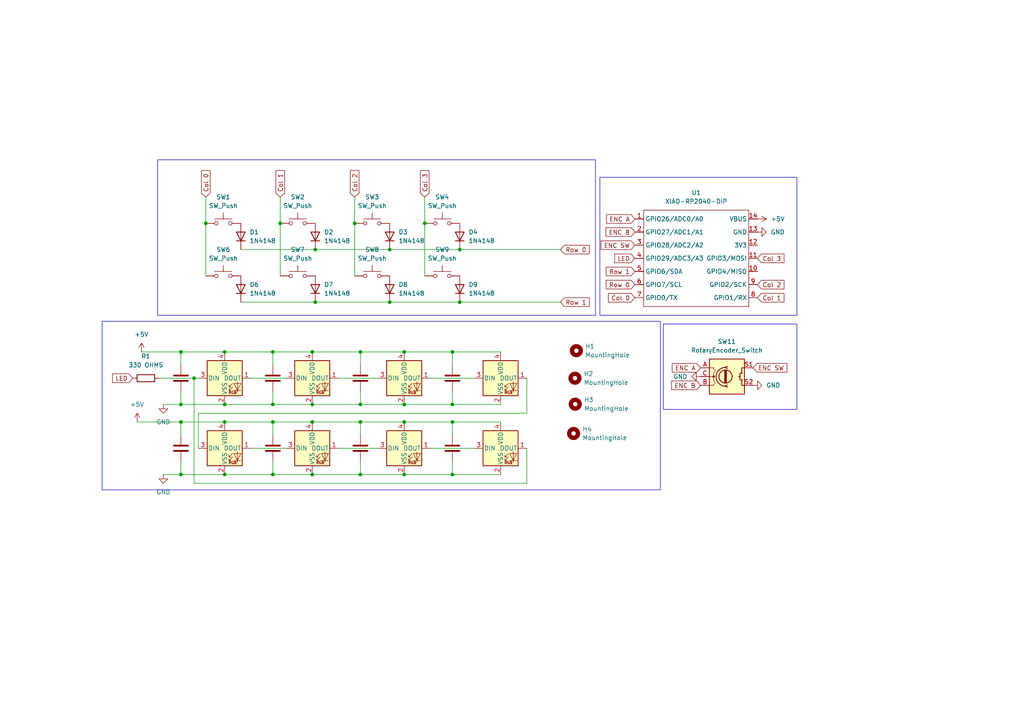
<source format=kicad_sch>
(kicad_sch (version 20250114) (generator "eeschema") (generator_version "9.0")
  (paper "A4")
  (lib_symbols
    (symbol "Device:C" (pin_numbers (hide yes)) (pin_names (offset 0.254))
      (property "Reference" "C" (at 0.635 2.54 0))
      (property "Value" "C" (at 0.635 -2.54 0))
      (symbol "C_0_1"
        (polyline (pts (xy -2.032 0.762) (xy 2.032 0.762)) (stroke (width 0.508)))
        (polyline (pts (xy -2.032 -0.762) (xy 2.032 -0.762)) (stroke (width 0.508)))
      )
      (symbol "C_1_1"
        (pin passive line (at 0 3.81 270) (length 2.794) (name "~") (number "1"))
        (pin passive line (at 0 -3.81 90) (length 2.794) (name "~") (number "2"))
      )
    )
    (symbol "Device:R" (pin_numbers (hide yes)) (pin_names (offset 0))
      (property "Reference" "R" (at 2.032 0 90))
      (property "Value" "R" (at 0 0 90))
      (symbol "R_0_1"
        (rectangle (start -1.016 -2.54) (end 1.016 2.54) (stroke (width 0.254)))
      )
      (symbol "R_1_1"
        (pin passive line (at 0 3.81 270) (length 1.27) (name "~") (number "1"))
        (pin passive line (at 0 -3.81 90) (length 1.27) (name "~") (number "2"))
      )
    )
    (symbol "Device:RotaryEncoder_Switch" (pin_names (offset 0.254) (hide yes))
      (property "Reference" "SW" (at 0 6.604 0))
      (property "Value" "RotaryEncoder_Switch" (at 0 -6.604 0))
      (symbol "RotaryEncoder_Switch_0_1"
        (rectangle (start -5.08 5.08) (end 5.08 -5.08) (stroke (width 0.254)) (fill (type background)))
        (polyline (pts (xy -5.08 2.54) (xy -3.81 2.54) (xy -3.81 2.032)))
        (polyline (pts (xy -5.08 0) (xy -3.81 0) (xy -3.81 -1.016) (xy -3.302 -2.032)))
        (polyline (pts (xy -5.08 -2.54) (xy -3.81 -2.54) (xy -3.81 -2.032)))
        (polyline (pts (xy -4.318 0) (xy -3.81 0) (xy -3.81 1.016) (xy -3.302 2.032)))
        (circle (center -3.81 0) (radius 0.254) (fill (type outline)))
        (polyline (pts (xy -0.635 -1.778) (xy -0.635 1.778)) (stroke (width 0.254)))
        (circle (center -0.381 0) (radius 1.905) (stroke (width 0.254)))
        (polyline (pts (xy -0.381 -1.778) (xy -0.381 1.778)) (stroke (width 0.254)))
        (arc (start -0.381 -2.794) (mid -3.0988 -0.0635) (end -0.381 2.667) (stroke (width 0.254)))
        (polyline (pts (xy -0.127 1.778) (xy -0.127 -1.778)) (stroke (width 0.254)))
        (polyline (pts (xy 0.254 2.921) (xy -0.508 2.667) (xy 0.127 2.286)) (stroke (width 0.254)))
        (polyline (pts (xy 0.254 -3.048) (xy -0.508 -2.794) (xy 0.127 -2.413)) (stroke (width 0.254)))
        (polyline (pts (xy 3.81 1.016) (xy 3.81 -1.016)) (stroke (width 0.254)))
        (polyline (pts (xy 3.81 0) (xy 3.429 0)) (stroke (width 0.254)))
        (circle (center 4.318 1.016) (radius 0.127) (stroke (width 0.254)))
        (circle (center 4.318 -1.016) (radius 0.127) (stroke (width 0.254)))
        (polyline (pts (xy 5.08 2.54) (xy 4.318 2.54) (xy 4.318 1.016)) (stroke (width 0.254)))
        (polyline (pts (xy 5.08 -2.54) (xy 4.318 -2.54) (xy 4.318 -1.016)) (stroke (width 0.254)))
      )
      (symbol "RotaryEncoder_Switch_1_1"
        (pin passive line (at -7.62 2.54 0) (length 2.54) (name "A") (number "A"))
        (pin passive line (at -7.62 0 0) (length 2.54) (name "C") (number "C"))
        (pin passive line (at -7.62 -2.54 0) (length 2.54) (name "B") (number "B"))
        (pin passive line (at 7.62 2.54 180) (length 2.54) (name "S1") (number "S1"))
        (pin passive line (at 7.62 -2.54 180) (length 2.54) (name "S2") (number "S2"))
      )
    )
    (symbol "Diode:1N4148" (pin_numbers (hide yes)) (pin_names (hide yes))
      (property "Reference" "D" (at 0 2.54 0))
      (property "Value" "1N4148" (at 0 -2.54 0))
      (symbol "1N4148_0_1"
        (polyline (pts (xy -1.27 1.27) (xy -1.27 -1.27)) (stroke (width 0.254)))
        (polyline (pts (xy 1.27 1.27) (xy 1.27 -1.27) (xy -1.27 0) (xy 1.27 1.27)) (stroke (width 0.254)))
        (polyline (pts (xy 1.27 0) (xy -1.27 0)))
      )
      (symbol "1N4148_1_1"
        (pin passive line (at -3.81 0 0) (length 2.54) (name "K") (number "1"))
        (pin passive line (at 3.81 0 180) (length 2.54) (name "A") (number "2"))
      )
    )
    (symbol "LED:SK6812MINI" (pin_names (offset 0.254))
      (property "Reference" "D" (at 5.08 5.715 0))
      (property "Value" "SK6812MINI" (at 1.27 -5.715 0))
      (symbol "SK6812MINI_0_0"
        (text "RGB" (at 2.286 -4.191 0) (effects (font (size 0.762 0.762))))
      )
      (symbol "SK6812MINI_0_1"
        (polyline (pts (xy 1.27 -2.54) (xy 1.778 -2.54)))
        (polyline (pts (xy 1.27 -3.556) (xy 1.778 -3.556)))
        (polyline (pts (xy 2.286 -1.524) (xy 1.27 -2.54) (xy 1.27 -2.032)))
        (polyline (pts (xy 2.286 -2.54) (xy 1.27 -3.556) (xy 1.27 -3.048)))
        (polyline (pts (xy 3.683 -1.016) (xy 3.683 -3.556) (xy 3.683 -4.064)))
        (polyline (pts (xy 4.699 -1.524) (xy 2.667 -1.524) (xy 3.683 -3.556) (xy 4.699 -1.524)))
        (polyline (pts (xy 4.699 -3.556) (xy 2.667 -3.556)))
        (rectangle (start 5.08 5.08) (end -5.08 -5.08) (stroke (width 0.254)) (fill (type background)))
      )
      (symbol "SK6812MINI_1_1"
        (pin input line (at -7.62 0 0) (length 2.54) (name "DIN") (number "3"))
        (pin power_in line (at 0 7.62 270) (length 2.54) (name "VDD") (number "4"))
        (pin power_in line (at 0 -7.62 90) (length 2.54) (name "VSS") (number "2"))
        (pin output line (at 7.62 0 180) (length 2.54) (name "DOUT") (number "1"))
      )
    )
    (symbol "Mechanical:MountingHole" (pin_names (offset 1.016)) (in_bom no)
      (property "Reference" "H" (at 0 5.08 0))
      (property "Value" "MountingHole" (at 0 3.175 0))
      (symbol "MountingHole_0_1"
        (circle (center 0 0) (radius 1.27) (stroke (width 1.27)))
      )
    )
    (symbol "Seeed_Studio_XIAO_Series:XIAO-RP2040-DIP"
      (property "Reference" "U" (at 0 0 0))
      (property "Value" "XIAO-RP2040-DIP" (at 5.334 -1.778 0))
      (symbol "XIAO-RP2040-DIP_1_0"
        (polyline (pts (xy -1.27 -2.54) (xy 29.21 -2.54)) (stroke (width 0.1524)))
        (polyline (pts (xy -1.27 -5.08) (xy -2.54 -5.08)) (stroke (width 0.1524)))
        (polyline (pts (xy -1.27 -5.08) (xy -1.27 -2.54)) (stroke (width 0.1524)))
        (polyline (pts (xy -1.27 -8.89) (xy -2.54 -8.89)) (stroke (width 0.1524)))
        (polyline (pts (xy -1.27 -8.89) (xy -1.27 -5.08)) (stroke (width 0.1524)))
        (polyline (pts (xy -1.27 -12.7) (xy -2.54 -12.7)) (stroke (width 0.1524)))
        (polyline (pts (xy -1.27 -12.7) (xy -1.27 -8.89)) (stroke (width 0.1524)))
        (polyline (pts (xy -1.27 -16.51) (xy -2.54 -16.51)) (stroke (width 0.1524)))
        (polyline (pts (xy -1.27 -16.51) (xy -1.27 -12.7)) (stroke (width 0.1524)))
        (polyline (pts (xy -1.27 -20.32) (xy -2.54 -20.32)) (stroke (width 0.1524)))
        (polyline (pts (xy -1.27 -24.13) (xy -2.54 -24.13)) (stroke (width 0.1524)))
        (polyline (pts (xy -1.27 -27.94) (xy -2.54 -27.94)) (stroke (width 0.1524)))
        (polyline (pts (xy -1.27 -30.48) (xy -1.27 -16.51)) (stroke (width 0.1524)))
        (polyline (pts (xy 29.21 -2.54) (xy 29.21 -5.08)) (stroke (width 0.1524)))
        (polyline (pts (xy 29.21 -5.08) (xy 29.21 -8.89)) (stroke (width 0.1524)))
        (polyline (pts (xy 29.21 -8.89) (xy 29.21 -12.7)) (stroke (width 0.1524)))
        (polyline (pts (xy 29.21 -12.7) (xy 29.21 -30.48)) (stroke (width 0.1524)))
        (polyline (pts (xy 29.21 -30.48) (xy -1.27 -30.48)) (stroke (width 0.1524)))
        (polyline (pts (xy 30.48 -5.08) (xy 29.21 -5.08)) (stroke (width 0.1524)))
        (polyline (pts (xy 30.48 -8.89) (xy 29.21 -8.89)) (stroke (width 0.1524)))
        (polyline (pts (xy 30.48 -12.7) (xy 29.21 -12.7)) (stroke (width 0.1524)))
        (polyline (pts (xy 30.48 -16.51) (xy 29.21 -16.51)) (stroke (width 0.1524)))
        (polyline (pts (xy 30.48 -20.32) (xy 29.21 -20.32)) (stroke (width 0.1524)))
        (polyline (pts (xy 30.48 -24.13) (xy 29.21 -24.13)) (stroke (width 0.1524)))
        (polyline (pts (xy 30.48 -27.94) (xy 29.21 -27.94)) (stroke (width 0.1524)))
        (pin passive line (at -3.81 -5.08 0) (length 2.54) (name "GPIO26/ADC0/A0") (number "1"))
        (pin passive line (at -3.81 -8.89 0) (length 2.54) (name "GPIO27/ADC1/A1") (number "2"))
        (pin passive line (at -3.81 -12.7 0) (length 2.54) (name "GPIO28/ADC2/A2") (number "3"))
        (pin passive line (at -3.81 -16.51 0) (length 2.54) (name "GPIO29/ADC3/A3") (number "4"))
        (pin passive line (at -3.81 -20.32 0) (length 2.54) (name "GPIO6/SDA") (number "5"))
        (pin passive line (at -3.81 -24.13 0) (length 2.54) (name "GPIO7/SCL") (number "6"))
        (pin passive line (at -3.81 -27.94 0) (length 2.54) (name "GPIO0/TX") (number "7"))
        (pin passive line (at 31.75 -5.08 180) (length 2.54) (name "VBUS") (number "14"))
        (pin passive line (at 31.75 -8.89 180) (length 2.54) (name "GND") (number "13"))
        (pin passive line (at 31.75 -12.7 180) (length 2.54) (name "3V3") (number "12"))
        (pin passive line (at 31.75 -16.51 180) (length 2.54) (name "GPIO3/MOSI") (number "11"))
        (pin passive line (at 31.75 -20.32 180) (length 2.54) (name "GPIO4/MISO") (number "10"))
        (pin passive line (at 31.75 -24.13 180) (length 2.54) (name "GPIO2/SCK") (number "9"))
        (pin passive line (at 31.75 -27.94 180) (length 2.54) (name "GPIO1/RX") (number "8"))
      )
    )
    (symbol "Switch:SW_Push" (pin_numbers (hide yes)) (pin_names (offset 1.016) (hide yes))
      (property "Reference" "SW" (at 1.27 2.54 0))
      (property "Value" "SW_Push" (at 0 -1.524 0))
      (symbol "SW_Push_0_1"
        (circle (center -2.032 0) (radius 0.508))
        (polyline (pts (xy 0 1.27) (xy 0 3.048)))
        (circle (center 2.032 0) (radius 0.508))
        (polyline (pts (xy 2.54 1.27) (xy -2.54 1.27)))
        (pin passive line (at -5.08 0 0) (length 2.54) (name "1") (number "1"))
        (pin passive line (at 5.08 0 180) (length 2.54) (name "2") (number "2"))
      )
    )
    (symbol "power:+5V" (power) (pin_numbers (hide yes)) (pin_names (offset 0) (hide yes))
      (property "Value" "+5V" (at 0 3.556 0))
      (symbol "+5V_0_1"
        (polyline (pts (xy -0.762 1.27) (xy 0 2.54)))
        (polyline (pts (xy 0 2.54) (xy 0.762 1.27)))
        (polyline (pts (xy 0 0) (xy 0 2.54)))
      )
      (symbol "+5V_1_1"
        (pin power_in line (at 0 0 90) (length 0) (name "~") (number "1"))
      )
    )
    (symbol "power:GND" (power) (pin_numbers (hide yes)) (pin_names (offset 0) (hide yes))
      (property "Value" "GND" (at 0 -3.81 0))
      (symbol "GND_0_1"
        (polyline (pts (xy 0 0) (xy 0 -1.27) (xy 1.27 -1.27) (xy 0 -2.54) (xy -1.27 -1.27) (xy 0 -1.27)))
      )
      (symbol "GND_1_1"
        (pin power_in line (at 0 0 270) (length 0) (name "~") (number "1"))
      )
    )
  )
  (rectangle (start 192.405 93.98) (end 231.14 118.745))
  (rectangle (start 173.99 51.435) (end 231.14 91.44))
  (rectangle (start 29.6109 93.182) (end 191.5359 142.077))
  (rectangle (start 45.72 46.355) (end 172.72 91.44))
  (junction (at 131.2109 122.392))
  (junction (at 104.5409 102.072))
  (junction (at 123.19 64.77))
  (junction (at 65.1709 122.392))
  (junction (at 52.4709 117.312))
  (junction (at 133.35 72.39))
  (junction (at 113.03 72.39))
  (junction (at 90.5709 102.072))
  (junction (at 117.2409 117.312))
  (junction (at 131.2109 137.632))
  (junction (at 79.1409 137.632))
  (junction (at 131.2109 102.072))
  (junction (at 131.2109 117.312))
  (junction (at 117.2409 122.392))
  (junction (at 79.1409 102.072))
  (junction (at 59.69 64.77))
  (junction (at 52.4709 102.072))
  (junction (at 104.5409 122.392))
  (junction (at 65.1709 117.312))
  (junction (at 104.5409 117.312))
  (junction (at 91.44 72.39))
  (junction (at 104.5409 137.632))
  (junction (at 52.4709 122.392))
  (junction (at 65.1709 102.072))
  (junction (at 79.1409 122.392))
  (junction (at 91.44 87.63))
  (junction (at 90.5709 122.392))
  (junction (at 133.35 87.63))
  (junction (at 65.1709 137.632))
  (junction (at 117.2409 102.072))
  (junction (at 81.28 64.77))
  (junction (at 90.5709 137.632))
  (junction (at 117.2409 137.632))
  (junction (at 79.1409 117.312))
  (junction (at 113.03 87.63))
  (junction (at 56.2809 109.692))
  (junction (at 52.4709 137.632))
  (junction (at 90.5709 117.312))
  (junction (at 102.87 64.77))
  (wire (pts (xy 131.2109 122.392) (xy 131.2109 126.202)))
  (wire (pts (xy 52.4709 102.072) (xy 52.4709 105.882)))
  (wire (pts (xy 79.1409 137.632) (xy 90.5709 137.632)))
  (wire (pts (xy 133.35 87.63) (xy 162.56 87.63)))
  (wire (pts (xy 56.2809 140.172) (xy 152.8009 140.172)))
  (wire (pts (xy 124.8609 130.012) (xy 137.5609 130.012)))
  (wire (pts (xy 72.7909 130.012) (xy 82.9509 130.012)))
  (wire (pts (xy 79.1409 122.392) (xy 90.5709 122.392)))
  (wire (pts (xy 131.2109 113.502) (xy 131.2109 117.312)))
  (wire (pts (xy 56.2809 109.692) (xy 56.2809 140.172)))
  (wire (pts (xy 102.87 64.77) (xy 102.87 80.01)))
  (wire (pts (xy 56.2809 109.692) (xy 57.5509 109.692)))
  (wire (pts (xy 79.1409 102.072) (xy 90.5709 102.072)))
  (wire (pts (xy 81.28 57.15) (xy 81.28 64.77)))
  (wire (pts (xy 52.4709 113.502) (xy 52.4709 117.312)))
  (wire (pts (xy 104.5409 133.822) (xy 104.5409 137.632)))
  (wire (pts (xy 152.8009 119.852) (xy 57.5509 119.852)))
  (wire (pts (xy 117.2409 137.632) (xy 131.2109 137.632)))
  (wire (pts (xy 131.2109 133.822) (xy 131.2109 137.632)))
  (wire (pts (xy 152.8009 130.012) (xy 152.8009 140.172)))
  (wire (pts (xy 131.2109 117.312) (xy 145.1809 117.312)))
  (wire (pts (xy 52.4709 102.072) (xy 65.1709 102.072)))
  (wire (pts (xy 133.35 72.39) (xy 162.56 72.39)))
  (wire (pts (xy 69.85 72.39) (xy 91.44 72.39)))
  (wire (pts (xy 69.85 87.63) (xy 91.44 87.63)))
  (wire (pts (xy 65.1709 122.392) (xy 79.1409 122.392)))
  (wire (pts (xy 131.2109 102.072) (xy 145.1809 102.072)))
  (wire (pts (xy 59.69 64.77) (xy 59.69 80.01)))
  (wire (pts (xy 52.4709 133.822) (xy 52.4709 137.632)))
  (wire (pts (xy 98.1909 109.692) (xy 109.6209 109.692)))
  (wire (pts (xy 131.2109 122.392) (xy 145.1809 122.392)))
  (wire (pts (xy 90.5709 122.392) (xy 104.5409 122.392)))
  (wire (pts (xy 41.0409 102.072) (xy 52.4709 102.072)))
  (wire (pts (xy 104.5409 102.072) (xy 117.2409 102.072)))
  (wire (pts (xy 46.1209 109.692) (xy 56.2809 109.692)))
  (wire (pts (xy 72.7909 109.692) (xy 82.9509 109.692)))
  (wire (pts (xy 52.4709 122.392) (xy 52.4709 126.202)))
  (wire (pts (xy 123.19 57.15) (xy 123.19 64.77)))
  (wire (pts (xy 52.4709 122.392) (xy 65.1709 122.392)))
  (wire (pts (xy 59.69 57.15) (xy 59.69 64.77)))
  (wire (pts (xy 79.1409 113.502) (xy 79.1409 117.312)))
  (wire (pts (xy 90.5709 137.632) (xy 104.5409 137.632)))
  (wire (pts (xy 79.1409 117.312) (xy 90.5709 117.312)))
  (wire (pts (xy 104.5409 122.392) (xy 117.2409 122.392)))
  (wire (pts (xy 47.3909 117.312) (xy 52.4709 117.312)))
  (wire (pts (xy 104.5409 113.502) (xy 104.5409 117.312)))
  (wire (pts (xy 90.5709 102.072) (xy 104.5409 102.072)))
  (wire (pts (xy 52.4709 117.312) (xy 65.1709 117.312)))
  (wire (pts (xy 113.03 87.63) (xy 133.35 87.63)))
  (wire (pts (xy 102.87 57.15) (xy 102.87 64.77)))
  (wire (pts (xy 65.1709 117.312) (xy 79.1409 117.312)))
  (wire (pts (xy 104.5409 102.072) (xy 104.5409 105.882)))
  (wire (pts (xy 131.2109 102.072) (xy 131.2109 105.882)))
  (wire (pts (xy 91.44 72.39) (xy 113.03 72.39)))
  (wire (pts (xy 90.5709 117.312) (xy 104.5409 117.312)))
  (wire (pts (xy 104.5409 137.632) (xy 117.2409 137.632)))
  (wire (pts (xy 117.2409 122.392) (xy 131.2109 122.392)))
  (wire (pts (xy 39.7709 122.392) (xy 52.4709 122.392)))
  (wire (pts (xy 131.2109 137.632) (xy 145.1809 137.632)))
  (wire (pts (xy 104.5409 122.392) (xy 104.5409 126.202)))
  (wire (pts (xy 47.3909 137.632) (xy 52.4709 137.632)))
  (wire (pts (xy 117.2409 102.072) (xy 131.2109 102.072)))
  (wire (pts (xy 65.1709 137.632) (xy 79.1409 137.632)))
  (wire (pts (xy 81.28 64.77) (xy 81.28 80.01)))
  (wire (pts (xy 113.03 72.39) (xy 133.35 72.39)))
  (wire (pts (xy 104.5409 117.312) (xy 117.2409 117.312)))
  (wire (pts (xy 79.1409 122.392) (xy 79.1409 126.202)))
  (wire (pts (xy 57.5509 119.852) (xy 57.5509 130.012)))
  (wire (pts (xy 79.1409 102.072) (xy 79.1409 105.882)))
  (wire (pts (xy 117.2409 117.312) (xy 131.2109 117.312)))
  (wire (pts (xy 65.1709 102.072) (xy 79.1409 102.072)))
  (wire (pts (xy 123.19 64.77) (xy 123.19 80.01)))
  (wire (pts (xy 152.8009 109.692) (xy 152.8009 119.852)))
  (wire (pts (xy 124.8609 109.692) (xy 137.5609 109.692)))
  (wire (pts (xy 79.1409 133.822) (xy 79.1409 137.632)))
  (wire (pts (xy 52.4709 137.632) (xy 65.1709 137.632)))
  (wire (pts (xy 91.44 87.63) (xy 113.03 87.63)))
  (wire (pts (xy 98.1909 130.012) (xy 109.6209 130.012)))
  (global_label "Row 0" (shape input) (at 162.56 72.39 0) (property "Intersheetrefs" "${INTERSHEET_REFS}" (effects (hide yes))))
  (global_label "Col 2" (shape input) (at 102.87 57.15 90) (property "Intersheetrefs" "${INTERSHEET_REFS}" (effects (hide yes))))
  (global_label "Col 3" (shape input) (at 123.19 57.15 90) (property "Intersheetrefs" "${INTERSHEET_REFS}" (effects (hide yes))))
  (global_label "Row 1" (shape input) (at 184.15 78.74 180) (property "Intersheetrefs" "${INTERSHEET_REFS}" (effects (hide yes))))
  (global_label "ENC SW" (shape input) (at 218.44 106.68 0) (property "Intersheetrefs" "${INTERSHEET_REFS}" (effects (hide yes))))
  (global_label "ENC B" (shape input) (at 184.15 67.31 180) (property "Intersheetrefs" "${INTERSHEET_REFS}" (effects (hide yes))))
  (global_label "Col 3" (shape input) (at 219.71 74.93 0) (property "Intersheetrefs" "${INTERSHEET_REFS}" (effects (hide yes))))
  (global_label "Col 1" (shape input) (at 219.71 86.36 0) (property "Intersheetrefs" "${INTERSHEET_REFS}" (effects (hide yes))))
  (global_label "LED" (shape input) (at 184.15 74.93 180) (property "Intersheetrefs" "${INTERSHEET_REFS}" (effects (hide yes))))
  (global_label "ENC B" (shape input) (at 203.2 111.76 180) (property "Intersheetrefs" "${INTERSHEET_REFS}" (effects (hide yes))))
  (global_label "Col 0" (shape input) (at 59.69 57.15 90) (property "Intersheetrefs" "${INTERSHEET_REFS}" (effects (hide yes))))
  (global_label "ENC A" (shape input) (at 184.15 63.5 180) (property "Intersheetrefs" "${INTERSHEET_REFS}" (effects (hide yes))))
  (global_label "ENC A" (shape input) (at 203.2 106.68 180) (property "Intersheetrefs" "${INTERSHEET_REFS}" (effects (hide yes))))
  (global_label "Col 0" (shape input) (at 184.15 86.36 180) (property "Intersheetrefs" "${INTERSHEET_REFS}" (effects (hide yes))))
  (global_label "Col 1" (shape input) (at 81.28 57.15 90) (property "Intersheetrefs" "${INTERSHEET_REFS}" (effects (hide yes))))
  (global_label "Row 1" (shape input) (at 162.56 87.63 0) (property "Intersheetrefs" "${INTERSHEET_REFS}" (effects (hide yes))))
  (global_label "ENC SW" (shape input) (at 184.15 71.12 180) (property "Intersheetrefs" "${INTERSHEET_REFS}" (effects (hide yes))))
  (global_label "Col 2" (shape input) (at 219.71 82.55 0) (property "Intersheetrefs" "${INTERSHEET_REFS}" (effects (hide yes))))
  (global_label "LED" (shape input) (at 38.5009 109.692 180) (property "Intersheetrefs" "${INTERSHEET_REFS}" (effects (hide yes))))
  (global_label "Row 0" (shape input) (at 184.15 82.55 180) (property "Intersheetrefs" "${INTERSHEET_REFS}" (effects (hide yes))))
  (symbol (lib_id "Device:C") (at 52.4709 109.692 0) (unit 1)
    (property "Reference" "C1" (effects (hide yes)))
    (property "Value" "C" (effects (hide yes)))
    (property "Footprint" "Capacitor_SMD:C_0805_2012Metric" (effects (hide yes)))
    (property "Description" "Unpolarized capacitor" (effects (hide yes)))
  )
  (symbol (lib_id "LED:SK6812MINI") (at 145.1809 109.692 0) (unit 1)
    (property "Reference" "D19" (effects (hide yes)))
    (property "Value" "SK6812MINI" (effects (hide yes)))
    (property "Footprint" "LED_SMD:LED_SK6812MINI_PLCC4_3.5x3.5mm_P1.75mm" (effects (hide yes)))
    (property "Datasheet" "https://cdn-shop.adafruit.com/product-files/2686/SK6812MINI_REV.01-1-2.pdf" (effects (hide yes)))
    (property "Description" "RGB LED with integrated controller" (effects (hide yes)))
  )
  (symbol (lib_id "Switch:SW_Push") (at 128.27 64.77 0) (unit 1)
    (property "Reference" "SW4" (at 128.27 57.15 0))
    (property "Value" "SW_Push" (at 128.27 59.69 0))
    (property "Footprint" "Kailh_PG1353_Hotswap:Kailh-PG1353-Hotswap-1U" (effects (hide yes)))
    (property "Description" "Push button switch, generic, two pins" (effects (hide yes)))
  )
  (symbol (lib_id "Switch:SW_Push") (at 107.95 80.01 0) (unit 1)
    (property "Reference" "SW8" (at 107.95 72.39 0))
    (property "Value" "SW_Push" (at 107.95 74.93 0))
    (property "Footprint" "Kailh_PG1353_Hotswap:Kailh-PG1353-Hotswap-1U" (effects (hide yes)))
    (property "Description" "Push button switch, generic, two pins" (effects (hide yes)))
  )
  (symbol (lib_id "Device:RotaryEncoder_Switch") (at 210.82 109.22 0) (unit 1)
    (property "Reference" "SW11" (at 210.82 99.06 0))
    (property "Value" "RotaryEncoder_Switch" (at 210.82 101.6 0))
    (property "Footprint" "Keebio-Parts.pretty-master:RotaryEncoder_Alps_EC11E-Switch_Vertical_H20mm" (effects (hide yes)))
    (property "Description" "Rotary encoder, dual channel, incremental quadrate outputs, with switch" (effects (hide yes)))
  )
  (symbol (lib_id "Switch:SW_Push") (at 128.27 80.01 0) (unit 1)
    (property "Reference" "SW9" (at 128.27 72.39 0))
    (property "Value" "SW_Push" (at 128.27 74.93 0))
    (property "Footprint" "Kailh_PG1353_Hotswap:Kailh-PG1353-Hotswap-1U" (effects (hide yes)))
    (property "Description" "Push button switch, generic, two pins" (effects (hide yes)))
  )
  (symbol (lib_id "LED:SK6812MINI") (at 65.1709 109.692 0) (unit 1)
    (property "Reference" "D11" (effects (hide yes)))
    (property "Value" "SK6812MINI" (effects (hide yes)))
    (property "Footprint" "LED_SMD:LED_SK6812MINI_PLCC4_3.5x3.5mm_P1.75mm" (effects (hide yes)))
    (property "Datasheet" "https://cdn-shop.adafruit.com/product-files/2686/SK6812MINI_REV.01-1-2.pdf" (effects (hide yes)))
    (property "Description" "RGB LED with integrated controller" (effects (hide yes)))
  )
  (symbol (lib_id "Device:C") (at 104.5409 109.692 0) (unit 1)
    (property "Reference" "C3" (effects (hide yes)))
    (property "Value" "C" (effects (hide yes)))
    (property "Footprint" "Capacitor_SMD:C_0805_2012Metric" (effects (hide yes)))
    (property "Description" "Unpolarized capacitor" (effects (hide yes)))
  )
  (symbol (lib_id "power:GND") (at 203.2 109.22 270) (unit 1)
    (property "Reference" "#PWR01" (effects (hide yes)))
    (property "Value" "GND" (at 199.39 109.2199 90) (effects (justify right)))
    (property "Description" "Power symbol creates a global label with name \"GND\" , ground" (effects (hide yes)))
  )
  (symbol (lib_id "LED:SK6812MINI") (at 65.1709 130.012 0) (unit 1)
    (property "Reference" "D14" (effects (hide yes)))
    (property "Value" "SK6812MINI" (effects (hide yes)))
    (property "Footprint" "LED_SMD:LED_SK6812MINI_PLCC4_3.5x3.5mm_P1.75mm" (effects (hide yes)))
    (property "Datasheet" "https://cdn-shop.adafruit.com/product-files/2686/SK6812MINI_REV.01-1-2.pdf" (effects (hide yes)))
    (property "Description" "RGB LED with integrated controller" (effects (hide yes)))
  )
  (symbol (lib_id "Switch:SW_Push") (at 64.77 80.01 0) (unit 1)
    (property "Reference" "SW6" (at 64.77 72.39 0))
    (property "Value" "SW_Push" (at 64.77 74.93 0))
    (property "Footprint" "Kailh_PG1353_Hotswap:Kailh-PG1353-Hotswap-1U" (effects (hide yes)))
    (property "Description" "Push button switch, generic, two pins" (effects (hide yes)))
  )
  (symbol (lib_id "LED:SK6812MINI") (at 145.1809 130.012 0) (unit 1)
    (property "Reference" "D17" (effects (hide yes)))
    (property "Value" "SK6812MINI" (effects (hide yes)))
    (property "Footprint" "LED_SMD:LED_SK6812MINI_PLCC4_3.5x3.5mm_P1.75mm" (effects (hide yes)))
    (property "Datasheet" "https://cdn-shop.adafruit.com/product-files/2686/SK6812MINI_REV.01-1-2.pdf" (effects (hide yes)))
    (property "Description" "RGB LED with integrated controller" (effects (hide yes)))
  )
  (symbol (lib_id "Switch:SW_Push") (at 107.95 64.77 0) (unit 1)
    (property "Reference" "SW3" (at 107.95 57.15 0))
    (property "Value" "SW_Push" (at 107.95 59.69 0))
    (property "Footprint" "Kailh_PG1353_Hotswap:Kailh-PG1353-Hotswap-1U" (effects (hide yes)))
    (property "Description" "Push button switch, generic, two pins" (effects (hide yes)))
  )
  (symbol (lib_id "Diode:1N4148") (at 113.03 83.82 90) (unit 1)
    (property "Reference" "D8" (at 115.57 82.5499 90) (effects (justify right)))
    (property "Value" "1N4148" (at 115.57 85.0899 90) (effects (justify right)))
    (property "Footprint" "Diode_THT:D_DO-35_SOD27_P7.62mm_Horizontal" (effects (hide yes)))
    (property "Datasheet" "https://assets.nexperia.com/documents/data-sheet/1N4148_1N4448.pdf" (effects (hide yes)))
    (property "Description" "100V 0.15A standard switching diode, DO-35" (effects (hide yes)))
    (property "Sim.Device" "D" (effects (hide yes)))
    (property "Sim.Pins" "1=K 2=A" (effects (hide yes)))
  )
  (symbol (lib_id "LED:SK6812MINI") (at 117.2409 130.012 0) (unit 1)
    (property "Reference" "D16" (effects (hide yes)))
    (property "Value" "SK6812MINI" (effects (hide yes)))
    (property "Footprint" "LED_SMD:LED_SK6812MINI_PLCC4_3.5x3.5mm_P1.75mm" (effects (hide yes)))
    (property "Datasheet" "https://cdn-shop.adafruit.com/product-files/2686/SK6812MINI_REV.01-1-2.pdf" (effects (hide yes)))
    (property "Description" "RGB LED with integrated controller" (effects (hide yes)))
  )
  (symbol (lib_id "Mechanical:MountingHole") (at 166.7709 109.692 0) (unit 1) (in_bom no)
    (property "Reference" "H2" (at 169.3109 108.4219 0) (effects (justify left)))
    (property "Value" "MountingHole" (at 169.3109 110.9619 0) (effects (justify left)))
    (property "Footprint" "MountingHole:MountingHole_2mm" (effects (hide yes)))
    (property "Description" "Mounting Hole without connection" (effects (hide yes)))
  )
  (symbol (lib_id "Mechanical:MountingHole") (at 167.1719 101.7122 0) (unit 1) (in_bom no)
    (property "Reference" "H1" (at 169.7119 100.4421 0) (effects (justify left)))
    (property "Value" "MountingHole" (at 169.7119 102.9821 0) (effects (justify left)))
    (property "Footprint" "MountingHole:MountingHole_2mm" (effects (hide yes)))
    (property "Description" "Mounting Hole without connection" (effects (hide yes)))
  )
  (symbol (lib_id "Diode:1N4148") (at 113.03 68.58 90) (unit 1)
    (property "Reference" "D3" (at 115.57 67.3099 90) (effects (justify right)))
    (property "Value" "1N4148" (at 115.57 69.8499 90) (effects (justify right)))
    (property "Footprint" "Diode_THT:D_DO-35_SOD27_P7.62mm_Horizontal" (effects (hide yes)))
    (property "Datasheet" "https://assets.nexperia.com/documents/data-sheet/1N4148_1N4448.pdf" (effects (hide yes)))
    (property "Description" "100V 0.15A standard switching diode, DO-35" (effects (hide yes)))
    (property "Sim.Device" "D" (effects (hide yes)))
    (property "Sim.Pins" "1=K 2=A" (effects (hide yes)))
  )
  (symbol (lib_id "Device:C") (at 52.4709 130.012 0) (unit 1)
    (property "Reference" "C4" (effects (hide yes)))
    (property "Value" "C" (effects (hide yes)))
    (property "Footprint" "Capacitor_SMD:C_0805_2012Metric" (effects (hide yes)))
    (property "Description" "Unpolarized capacitor" (effects (hide yes)))
  )
  (symbol (lib_id "Device:R") (at 42.3109 109.692 270) (unit 1)
    (property "Reference" "R1" (at 42.3109 103.342 90))
    (property "Value" "330 OHMS" (at 42.3109 105.882 90))
    (property "Footprint" "Resistor_SMD:R_0805_2012Metric" (effects (hide yes)))
    (property "Description" "Resistor" (effects (hide yes)))
  )
  (symbol (lib_id "Device:C") (at 79.1409 130.012 0) (unit 1)
    (property "Reference" "C7" (effects (hide yes)))
    (property "Value" "C" (effects (hide yes)))
    (property "Footprint" "Capacitor_SMD:C_0805_2012Metric" (effects (hide yes)))
    (property "Description" "Unpolarized capacitor" (effects (hide yes)))
  )
  (symbol (lib_id "Device:C") (at 104.5409 130.012 0) (unit 1)
    (property "Reference" "C8" (effects (hide yes)))
    (property "Value" "C" (effects (hide yes)))
    (property "Footprint" "Capacitor_SMD:C_0805_2012Metric" (effects (hide yes)))
    (property "Description" "Unpolarized capacitor" (effects (hide yes)))
  )
  (symbol (lib_id "Diode:1N4148") (at 91.44 83.82 90) (unit 1)
    (property "Reference" "D7" (at 93.98 82.5499 90) (effects (justify right)))
    (property "Value" "1N4148" (at 93.98 85.0899 90) (effects (justify right)))
    (property "Footprint" "Diode_THT:D_DO-35_SOD27_P7.62mm_Horizontal" (effects (hide yes)))
    (property "Datasheet" "https://assets.nexperia.com/documents/data-sheet/1N4148_1N4448.pdf" (effects (hide yes)))
    (property "Description" "100V 0.15A standard switching diode, DO-35" (effects (hide yes)))
    (property "Sim.Device" "D" (effects (hide yes)))
    (property "Sim.Pins" "1=K 2=A" (effects (hide yes)))
  )
  (symbol (lib_id "LED:SK6812MINI") (at 90.5709 130.012 0) (unit 1)
    (property "Reference" "D15" (effects (hide yes)))
    (property "Value" "SK6812MINI" (effects (hide yes)))
    (property "Footprint" "LED_SMD:LED_SK6812MINI_PLCC4_3.5x3.5mm_P1.75mm" (effects (hide yes)))
    (property "Datasheet" "https://cdn-shop.adafruit.com/product-files/2686/SK6812MINI_REV.01-1-2.pdf" (effects (hide yes)))
    (property "Description" "RGB LED with integrated controller" (effects (hide yes)))
  )
  (symbol (lib_id "Diode:1N4148") (at 91.44 68.58 90) (unit 1)
    (property "Reference" "D2" (at 93.98 67.3099 90) (effects (justify right)))
    (property "Value" "1N4148" (at 93.98 69.8499 90) (effects (justify right)))
    (property "Footprint" "Diode_THT:D_DO-35_SOD27_P7.62mm_Horizontal" (effects (hide yes)))
    (property "Datasheet" "https://assets.nexperia.com/documents/data-sheet/1N4148_1N4448.pdf" (effects (hide yes)))
    (property "Description" "100V 0.15A standard switching diode, DO-35" (effects (hide yes)))
    (property "Sim.Device" "D" (effects (hide yes)))
    (property "Sim.Pins" "1=K 2=A" (effects (hide yes)))
  )
  (symbol (lib_id "power:+5V") (at 219.71 63.5 270) (unit 1)
    (property "Reference" "#PWR08" (effects (hide yes)))
    (property "Value" "+5V" (at 223.52 63.4999 90) (effects (justify left)))
    (property "Description" "Power symbol creates a global label with name \"+5V\"" (effects (hide yes)))
  )
  (symbol (lib_id "Diode:1N4148") (at 133.35 83.82 90) (unit 1)
    (property "Reference" "D9" (at 135.89 82.5499 90) (effects (justify right)))
    (property "Value" "1N4148" (at 135.89 85.0899 90) (effects (justify right)))
    (property "Footprint" "Diode_THT:D_DO-35_SOD27_P7.62mm_Horizontal" (effects (hide yes)))
    (property "Datasheet" "https://assets.nexperia.com/documents/data-sheet/1N4148_1N4448.pdf" (effects (hide yes)))
    (property "Description" "100V 0.15A standard switching diode, DO-35" (effects (hide yes)))
    (property "Sim.Device" "D" (effects (hide yes)))
    (property "Sim.Pins" "1=K 2=A" (effects (hide yes)))
  )
  (symbol (lib_id "Diode:1N4148") (at 69.85 83.82 90) (unit 1)
    (property "Reference" "D6" (at 72.39 82.5499 90) (effects (justify right)))
    (property "Value" "1N4148" (at 72.39 85.0899 90) (effects (justify right)))
    (property "Footprint" "Diode_THT:D_DO-35_SOD27_P7.62mm_Horizontal" (effects (hide yes)))
    (property "Datasheet" "https://assets.nexperia.com/documents/data-sheet/1N4148_1N4448.pdf" (effects (hide yes)))
    (property "Description" "100V 0.15A standard switching diode, DO-35" (effects (hide yes)))
    (property "Sim.Device" "D" (effects (hide yes)))
    (property "Sim.Pins" "1=K 2=A" (effects (hide yes)))
  )
  (symbol (lib_id "Switch:SW_Push") (at 64.77 64.77 0) (unit 1)
    (property "Reference" "SW1" (at 64.77 57.15 0))
    (property "Value" "SW_Push" (at 64.77 59.69 0))
    (property "Footprint" "Kailh_PG1353_Hotswap:Kailh-PG1353-Hotswap-1U" (effects (hide yes)))
    (property "Description" "Push button switch, generic, two pins" (effects (hide yes)))
  )
  (symbol (lib_id "LED:SK6812MINI") (at 90.5709 109.692 0) (unit 1)
    (property "Reference" "D12" (effects (hide yes)))
    (property "Value" "SK6812MINI" (effects (hide yes)))
    (property "Footprint" "LED_SMD:LED_SK6812MINI_PLCC4_3.5x3.5mm_P1.75mm" (effects (hide yes)))
    (property "Datasheet" "https://cdn-shop.adafruit.com/product-files/2686/SK6812MINI_REV.01-1-2.pdf" (effects (hide yes)))
    (property "Description" "RGB LED with integrated controller" (effects (hide yes)))
  )
  (symbol (lib_id "Diode:1N4148") (at 133.35 68.58 90) (unit 1)
    (property "Reference" "D4" (at 135.89 67.3099 90) (effects (justify right)))
    (property "Value" "1N4148" (at 135.89 69.8499 90) (effects (justify right)))
    (property "Footprint" "Diode_THT:D_DO-35_SOD27_P7.62mm_Horizontal" (effects (hide yes)))
    (property "Datasheet" "https://assets.nexperia.com/documents/data-sheet/1N4148_1N4448.pdf" (effects (hide yes)))
    (property "Description" "100V 0.15A standard switching diode, DO-35" (effects (hide yes)))
    (property "Sim.Device" "D" (effects (hide yes)))
    (property "Sim.Pins" "1=K 2=A" (effects (hide yes)))
  )
  (symbol (lib_id "power:GND") (at 219.71 67.31 90) (unit 1)
    (property "Reference" "#PWR07" (effects (hide yes)))
    (property "Value" "GND" (at 223.52 67.3099 90) (effects (justify right)))
    (property "Description" "Power symbol creates a global label with name \"GND\" , ground" (effects (hide yes)))
  )
  (symbol (lib_id "Seeed_Studio_XIAO_Series:XIAO-RP2040-DIP") (at 187.96 58.42 0) (unit 1)
    (property "Reference" "U1" (at 201.93 55.88 0))
    (property "Value" "XIAO-RP2040-DIP" (at 201.93 58.42 0))
    (property "Footprint" "Seeed Studio XIAO Series Library:XIAO-RP2040-DIP" (effects (hide yes)))
  )
  (symbol (lib_id "Mechanical:MountingHole") (at 166.8511 117.2299 0) (unit 1) (in_bom no)
    (property "Reference" "H3" (at 169.3911 115.9598 0) (effects (justify left)))
    (property "Value" "MountingHole" (at 169.3911 118.4998 0) (effects (justify left)))
    (property "Footprint" "MountingHole:MountingHole_2mm" (effects (hide yes)))
    (property "Description" "Mounting Hole without connection" (effects (hide yes)))
  )
  (symbol (lib_id "Diode:1N4148") (at 69.85 68.58 90) (unit 1)
    (property "Reference" "D1" (at 72.39 67.3099 90) (effects (justify right)))
    (property "Value" "1N4148" (at 72.39 69.8499 90) (effects (justify right)))
    (property "Footprint" "Diode_THT:D_DO-35_SOD27_P7.62mm_Horizontal" (effects (hide yes)))
    (property "Datasheet" "https://assets.nexperia.com/documents/data-sheet/1N4148_1N4448.pdf" (effects (hide yes)))
    (property "Description" "100V 0.15A standard switching diode, DO-35" (effects (hide yes)))
    (property "Sim.Device" "D" (effects (hide yes)))
    (property "Sim.Pins" "1=K 2=A" (effects (hide yes)))
  )
  (symbol (lib_id "Device:C") (at 131.2109 130.012 0) (unit 1)
    (property "Reference" "C9" (effects (hide yes)))
    (property "Value" "C" (effects (hide yes)))
    (property "Footprint" "Capacitor_SMD:C_0805_2012Metric" (effects (hide yes)))
    (property "Description" "Unpolarized capacitor" (effects (hide yes)))
  )
  (symbol (lib_id "power:+5V") (at 41.0409 102.072 0) (unit 1)
    (property "Reference" "#PWR04" (effects (hide yes)))
    (property "Value" "+5V" (at 41.0409 96.992 0))
    (property "Description" "Power symbol creates a global label with name \"+5V\"" (effects (hide yes)))
  )
  (symbol (lib_id "Switch:SW_Push") (at 86.36 64.77 0) (unit 1)
    (property "Reference" "SW2" (at 86.36 57.15 0))
    (property "Value" "SW_Push" (at 86.36 59.69 0))
    (property "Footprint" "Kailh_PG1353_Hotswap:Kailh-PG1353-Hotswap-1U" (effects (hide yes)))
    (property "Description" "Push button switch, generic, two pins" (effects (hide yes)))
  )
  (symbol (lib_id "Device:C") (at 79.1409 109.692 0) (unit 1)
    (property "Reference" "C2" (effects (hide yes)))
    (property "Value" "C" (effects (hide yes)))
    (property "Footprint" "Capacitor_SMD:C_0805_2012Metric" (effects (hide yes)))
    (property "Description" "Unpolarized capacitor" (effects (hide yes)))
  )
  (symbol (lib_id "power:+5V") (at 39.7709 122.392 0) (unit 1)
    (property "Reference" "#PWR05" (effects (hide yes)))
    (property "Value" "+5V" (at 39.7709 117.312 0))
    (property "Description" "Power symbol creates a global label with name \"+5V\"" (effects (hide yes)))
  )
  (symbol (lib_id "power:GND") (at 218.44 111.76 90) (unit 1)
    (property "Reference" "#PWR02" (effects (hide yes)))
    (property "Value" "GND" (at 222.25 111.7599 90) (effects (justify right)))
    (property "Description" "Power symbol creates a global label with name \"GND\" , ground" (effects (hide yes)))
  )
  (symbol (lib_id "Device:C") (at 131.2109 109.692 0) (unit 1)
    (property "Reference" "C5" (effects (hide yes)))
    (property "Value" "C" (effects (hide yes)))
    (property "Footprint" "Capacitor_SMD:C_0805_2012Metric" (effects (hide yes)))
    (property "Description" "Unpolarized capacitor" (effects (hide yes)))
  )
  (symbol (lib_id "LED:SK6812MINI") (at 117.2409 109.692 0) (unit 1)
    (property "Reference" "D13" (effects (hide yes)))
    (property "Value" "SK6812MINI" (effects (hide yes)))
    (property "Footprint" "LED_SMD:LED_SK6812MINI_PLCC4_3.5x3.5mm_P1.75mm" (effects (hide yes)))
    (property "Datasheet" "https://cdn-shop.adafruit.com/product-files/2686/SK6812MINI_REV.01-1-2.pdf" (effects (hide yes)))
    (property "Description" "RGB LED with integrated controller" (effects (hide yes)))
  )
  (symbol (lib_id "Switch:SW_Push") (at 86.36 80.01 0) (unit 1)
    (property "Reference" "SW7" (at 86.36 72.39 0))
    (property "Value" "SW_Push" (at 86.36 74.93 0))
    (property "Footprint" "Kailh_PG1353_Hotswap:Kailh-PG1353-Hotswap-1U" (effects (hide yes)))
    (property "Description" "Push button switch, generic, two pins" (effects (hide yes)))
  )
  (symbol (lib_id "Mechanical:MountingHole") (at 166.37 125.73 0) (unit 1) (in_bom no)
    (property "Reference" "H4" (at 168.91 124.4599 0) (effects (justify left)))
    (property "Value" "MountingHole" (at 168.91 126.9999 0) (effects (justify left)))
    (property "Footprint" "MountingHole:MountingHole_2mm" (effects (hide yes)))
    (property "Description" "Mounting Hole without connection" (effects (hide yes)))
  )
  (symbol (lib_id "power:GND") (at 47.3909 137.632 0) (unit 1)
    (property "Reference" "#PWR06" (effects (hide yes)))
    (property "Value" "GND" (at 47.3909 142.712 0))
    (property "Description" "Power symbol creates a global label with name \"GND\" , ground" (effects (hide yes)))
  )
  (symbol (lib_id "power:GND") (at 47.3909 117.312 0) (unit 1)
    (property "Reference" "#PWR03" (effects (hide yes)))
    (property "Value" "GND" (at 47.3909 122.392 0))
    (property "Description" "Power symbol creates a global label with name \"GND\" , ground" (effects (hide yes)))
  )
)
</source>
